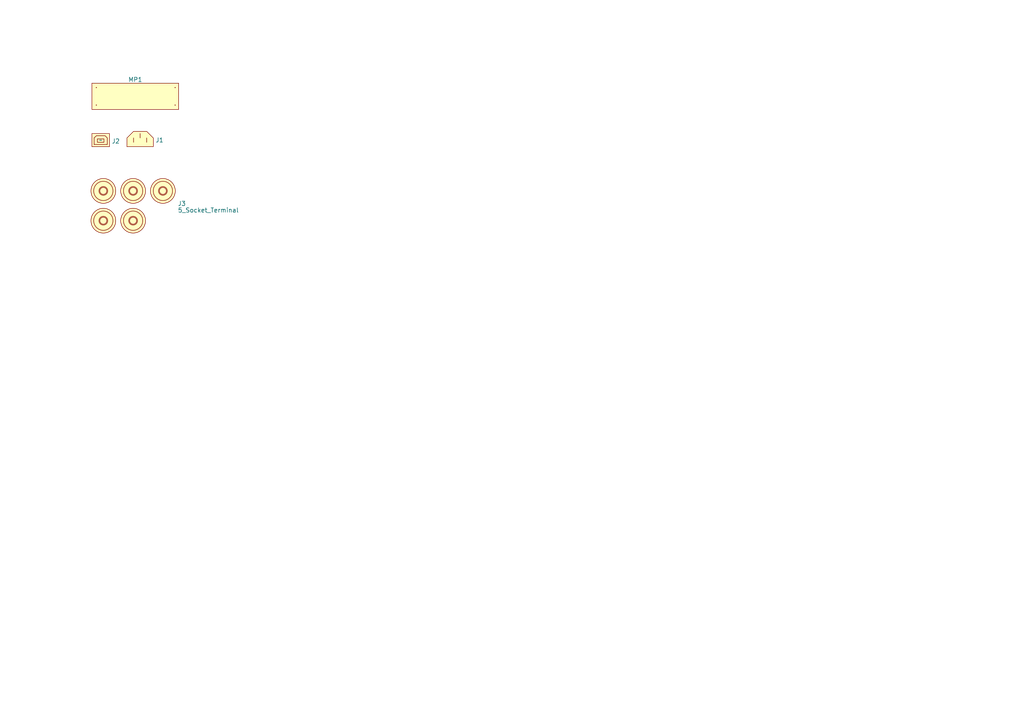
<source format=kicad_sch>
(kicad_sch (version 20230121) (generator eeschema)
  (paper "A4")
  (title_block (title "Rear Panel for Programmable Precision Resistor") (date "2023-08-19") (rev "B") (company "Sebastian Harnisch"))
  (lib_symbols
    (symbol "02_Sebastian_FrontPanel:5_Socket_Terminal"
      (property "Reference" "J" (at 0 10.16 0))
      (property "Value" "5_Socket_Terminal" (at 0 12.7 0))
      (symbol "5_Socket_Terminal_0_1"
        (circle (center -4.318 -4.318) (radius 1.016) (stroke (width 0.1524)))
        (circle (center -4.318 -4.318) (radius 1.27) (stroke (width 0.1524)))
        (circle (center -4.318 -4.318) (radius 2.794) (stroke (width 0.1524)))
        (circle (center -4.318 -4.318) (radius 3.5921) (stroke (width 0.1524)) (fill (type background)))
        (circle (center -4.318 4.318) (radius 1.016) (stroke (width 0.1524)))
        (circle (center -4.318 4.318) (radius 1.27) (stroke (width 0.1524)))
        (circle (center -4.318 4.318) (radius 2.794) (stroke (width 0.1524)))
        (circle (center -4.318 4.318) (radius 3.5921) (stroke (width 0.1524)) (fill (type background)))
        (circle (center 4.318 -12.954) (radius 1.016) (stroke (width 0.1524)))
        (circle (center 4.318 -12.954) (radius 1.27) (stroke (width 0.1524)))
        (circle (center 4.318 -12.954) (radius 2.794) (stroke (width 0.1524)))
        (circle (center 4.318 -12.954) (radius 3.5921) (stroke (width 0.1524)) (fill (type background)))
        (circle (center 4.318 -4.318) (radius 1.016) (stroke (width 0.1524)))
        (circle (center 4.318 -4.318) (radius 1.27) (stroke (width 0.1524)))
        (circle (center 4.318 -4.318) (radius 2.794) (stroke (width 0.1524)))
        (circle (center 4.318 -4.318) (radius 3.5921) (stroke (width 0.1524)) (fill (type background)))
        (circle (center 4.318 4.318) (radius 1.016) (stroke (width 0.1524)))
        (circle (center 4.318 4.318) (radius 1.27) (stroke (width 0.1524)))
        (circle (center 4.318 4.318) (radius 2.794) (stroke (width 0.1524)))
        (circle (center 4.318 4.318) (radius 3.5921) (stroke (width 0.1524)) (fill (type background)))
      )
    )
    (symbol "02_Sebastian_FrontPanel:FrontPanel_42TE_2HE_With_Holes"
      (property "Reference" "MP" (at 0 5.08 0))
      (property "Value" "FrontPanel_42TE_2HE_With_Holes" (at 0 7.62 0))
      (symbol "FrontPanel_42TE_2HE_With_Holes_0_1"
        (rectangle (start -12.7 3.81) (end 12.446 -3.81) (stroke (width 0.1524)) (fill (type background)))
        (circle (center -11.43 -2.54) (radius 0.0001) (stroke (width 0.1524)))
        (circle (center -11.43 2.54) (radius 0.0001) (stroke (width 0.1524)))
        (circle (center 11.43 -2.54) (radius 0.0001) (stroke (width 0.1524)))
        (circle (center 11.43 2.54) (radius 0.0001) (stroke (width 0.1524)))
      )
    )
    (symbol "02_Sebastian_FrontPanel:IEC_Power_Connector"
      (property "Reference" "J" (at 0 3.81 0))
      (symbol "IEC_Power_Connector_0_1"
        (polyline (pts (xy -1.905 0.635) (xy -1.905 -0.635)))
        (polyline (pts (xy 0 1.905) (xy 0 0.635)))
        (polyline (pts (xy 1.905 0.635) (xy 1.905 -0.635)))
        (polyline (pts (xy -3.81 -1.905) (xy -3.81 0.635) (xy -1.905 2.54) (xy 1.905 2.54) (xy 3.81 0.635) (xy 3.81 -1.905) (xy -3.81 -1.905)) (fill (type background)))
      )
    )
    (symbol "02_Sebastian_FrontPanel:USB_B_Connector"
      (property "Reference" "J" (at 0 3.175 0))
      (symbol "USB_B_Connector_0_1"
        (rectangle (start -2.54 1.905) (end 2.54 -1.905) (fill (type background)))
        (rectangle (start -0.9652 0.3556) (end 0.9398 -0.635))
        (polyline (pts (xy -1.905 -1.27) (xy -1.905 0.635)))
        (polyline (pts (xy -1.905 -1.27) (xy 1.905 -1.27)))
        (polyline (pts (xy -1.905 0.635) (xy -1.27 1.27)))
        (polyline (pts (xy -1.27 1.27) (xy 1.27 1.27)))
        (polyline (pts (xy 1.27 1.27) (xy 1.905 0.635)))
        (polyline (pts (xy 1.905 0.635) (xy 1.905 -1.27)))
      )
    )
  )
  (symbol (lib_id "02_Sebastian_FrontPanel:USB_B_Connector") (at 29.21 40.64 0) (unit 1)
    (property "Reference" "J2" (at 32.385 40.9568 0) (effects (justify left)))
    (property "Value" "~" (at 29.21 40.64 0))
    (property "Footprint" "02_Sebastian_FrontPanel:USB_B" (effects hide))
  )
  (symbol (lib_id "02_Sebastian_FrontPanel:IEC_Power_Connector") (at 40.64 40.64 0) (unit 1)
    (property "Reference" "J1" (at 45.085 40.6393 0) (effects (justify left)))
    (property "Value" "IEC_Power_Connector" (effects hide))
    (property "Footprint" "02_Sebastian_FrontPanel:IEC_PowerConnector" (effects hide))
  )
  (symbol (lib_id "02_Sebastian_FrontPanel:FrontPanel_42TE_2HE_With_Holes") (at 39.37 27.94 0) (unit 1)
    (property "Reference" "MP1" (at 39.243 23.0919 0))
    (property "Value" "FrontPanel_42TE_2HE_With_Holes" (effects hide))
    (property "Footprint" "02_Sebastian_FrontPanel:Front_Panel_42TE_With_Holes" (effects hide))
  )
  (symbol (lib_id "02_Sebastian_FrontPanel:5_Socket_Terminal") (at 34.29 59.69 90) (unit 1)
    (property "Reference" "J3" (at 51.5473 59.0463 90) (effects (justify right)))
    (property "Value" "5_Socket_Terminal" (at 51.5473 60.9673 90) (effects (justify right)))
    (property "Footprint" "02_Sebastian_FrontPanel:SEB_7080_NI_ARRAY_5" (effects hide))
  )
)
</source>
